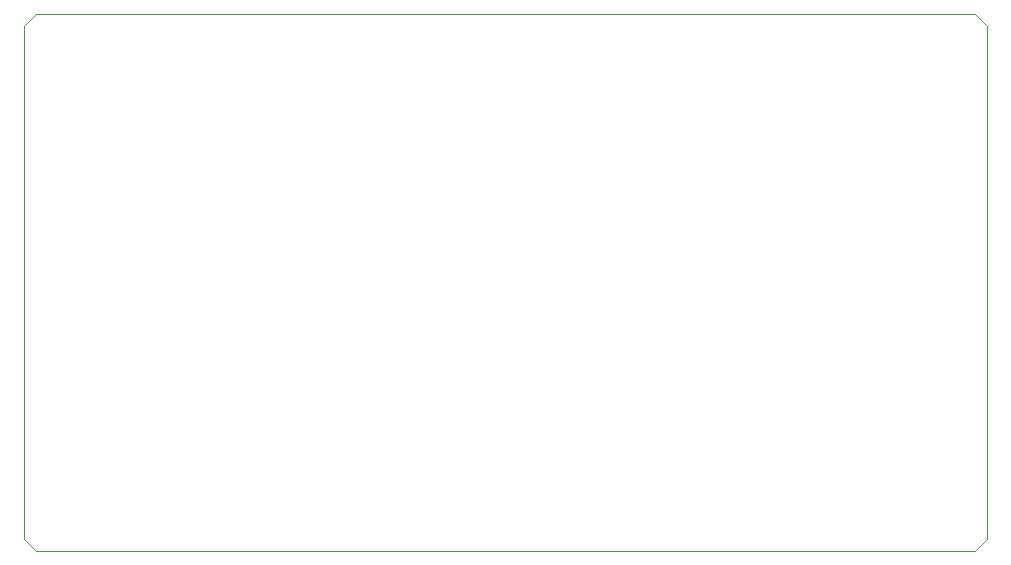
<source format=gm1>
G04 #@! TF.GenerationSoftware,KiCad,Pcbnew,(5.1.0)-1*
G04 #@! TF.CreationDate,2020-05-29T16:33:31+02:00*
G04 #@! TF.ProjectId,motortreiber,6d6f746f-7274-4726-9569-6265722e6b69,rev?*
G04 #@! TF.SameCoordinates,Original*
G04 #@! TF.FileFunction,Profile,NP*
%FSLAX46Y46*%
G04 Gerber Fmt 4.6, Leading zero omitted, Abs format (unit mm)*
G04 Created by KiCad (PCBNEW (5.1.0)-1) date 2020-05-29 16:33:31*
%MOMM*%
%LPD*%
G04 APERTURE LIST*
%ADD10C,0.050000*%
G04 APERTURE END LIST*
D10*
X119000000Y-72000000D02*
X120000000Y-71000000D01*
X199500000Y-71000000D02*
X200500000Y-72000000D01*
X200500000Y-115500000D02*
X199500000Y-116500000D01*
X119000000Y-115500000D02*
X120000000Y-116500000D01*
X119000000Y-72000000D02*
X119000000Y-115500000D01*
X120000000Y-116500000D02*
X199500000Y-116500000D01*
X199500000Y-71000000D02*
X120000000Y-71000000D01*
X200500000Y-115500000D02*
X200500000Y-72000000D01*
M02*

</source>
